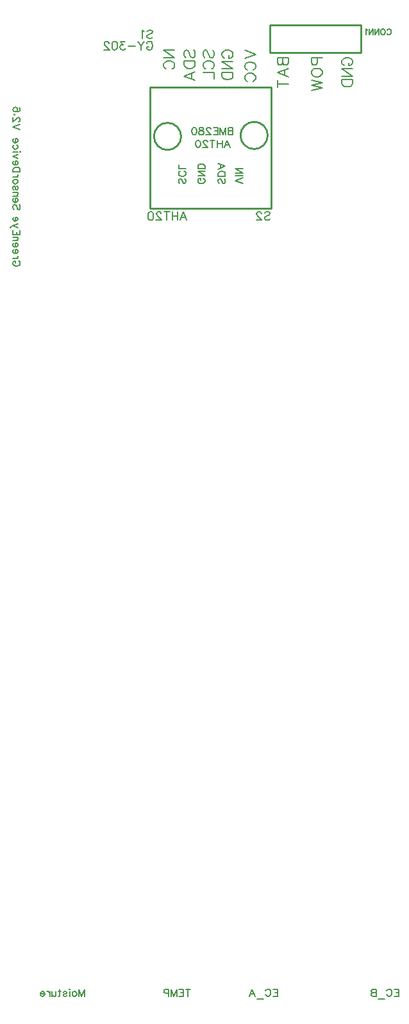
<source format=gbo>
G04 Layer: BottomSilkscreenLayer*
G04 EasyEDA v6.5.46, 2025-07-26 15:58:12*
G04 6a7e19aa2f684b7bb05dc37647730589,ba325f3f76be48ccbdad7cc867071ff5,10*
G04 Gerber Generator version 0.2*
G04 Scale: 100 percent, Rotated: No, Reflected: No *
G04 Dimensions in millimeters *
G04 leading zeros omitted , absolute positions ,4 integer and 5 decimal *
%FSLAX45Y45*%
%MOMM*%

%ADD10C,0.2032*%
%ADD11C,0.1524*%
%ADD12C,0.2540*%

%LPD*%
D10*
X178180Y-3131812D02*
G01*
X187271Y-3136356D01*
X196362Y-3145447D01*
X200908Y-3154540D01*
X200908Y-3172721D01*
X196362Y-3181812D01*
X187271Y-3190902D01*
X178180Y-3195446D01*
X164546Y-3199993D01*
X141818Y-3199993D01*
X128181Y-3195446D01*
X119090Y-3190902D01*
X109999Y-3181812D01*
X105453Y-3172721D01*
X105453Y-3154540D01*
X109999Y-3145447D01*
X119090Y-3136356D01*
X128181Y-3131812D01*
X141818Y-3131812D01*
X141818Y-3154540D02*
G01*
X141818Y-3131812D01*
X169090Y-3101812D02*
G01*
X105453Y-3101812D01*
X141818Y-3101812D02*
G01*
X155453Y-3097265D01*
X164546Y-3088175D01*
X169090Y-3079084D01*
X169090Y-3065447D01*
X141818Y-3035447D02*
G01*
X141818Y-2980903D01*
X150909Y-2980903D01*
X159999Y-2985447D01*
X164546Y-2989994D01*
X169090Y-2999084D01*
X169090Y-3012721D01*
X164546Y-3021812D01*
X155453Y-3030903D01*
X141818Y-3035447D01*
X132727Y-3035447D01*
X119090Y-3030903D01*
X109999Y-3021812D01*
X105453Y-3012721D01*
X105453Y-2999084D01*
X109999Y-2989994D01*
X119090Y-2980903D01*
X141818Y-2950903D02*
G01*
X141818Y-2896356D01*
X150909Y-2896356D01*
X159999Y-2900903D01*
X164546Y-2905447D01*
X169090Y-2914540D01*
X169090Y-2928175D01*
X164546Y-2937266D01*
X155453Y-2946356D01*
X141818Y-2950903D01*
X132727Y-2950903D01*
X119090Y-2946356D01*
X109999Y-2937266D01*
X105453Y-2928175D01*
X105453Y-2914540D01*
X109999Y-2905447D01*
X119090Y-2896356D01*
X169090Y-2866356D02*
G01*
X105453Y-2866356D01*
X150909Y-2866356D02*
G01*
X164546Y-2852722D01*
X169090Y-2843631D01*
X169090Y-2829994D01*
X164546Y-2820903D01*
X150909Y-2816357D01*
X105453Y-2816357D01*
X200908Y-2786357D02*
G01*
X105453Y-2786357D01*
X200908Y-2786357D02*
G01*
X200908Y-2727266D01*
X155453Y-2786357D02*
G01*
X155453Y-2749994D01*
X105453Y-2786357D02*
G01*
X105453Y-2727266D01*
X169090Y-2692722D02*
G01*
X105453Y-2665448D01*
X169090Y-2638176D02*
G01*
X105453Y-2665448D01*
X87271Y-2674541D01*
X78181Y-2683631D01*
X73637Y-2692722D01*
X73637Y-2697266D01*
X141818Y-2608176D02*
G01*
X141818Y-2553632D01*
X150909Y-2553632D01*
X159999Y-2558176D01*
X164546Y-2562722D01*
X169090Y-2571813D01*
X169090Y-2585448D01*
X164546Y-2594541D01*
X155453Y-2603632D01*
X141818Y-2608176D01*
X132727Y-2608176D01*
X119090Y-2603632D01*
X109999Y-2594541D01*
X105453Y-2585448D01*
X105453Y-2571813D01*
X109999Y-2562722D01*
X119090Y-2553632D01*
X187271Y-2389995D02*
G01*
X196362Y-2399085D01*
X200908Y-2412723D01*
X200908Y-2430904D01*
X196362Y-2444541D01*
X187271Y-2453632D01*
X178180Y-2453632D01*
X169090Y-2449085D01*
X164546Y-2444541D01*
X159999Y-2435448D01*
X150909Y-2408176D01*
X146362Y-2399085D01*
X141818Y-2394541D01*
X132727Y-2389995D01*
X119090Y-2389995D01*
X109999Y-2399085D01*
X105453Y-2412723D01*
X105453Y-2430904D01*
X109999Y-2444541D01*
X119090Y-2453632D01*
X141818Y-2359995D02*
G01*
X141818Y-2305448D01*
X150909Y-2305448D01*
X159999Y-2309995D01*
X164546Y-2314541D01*
X169090Y-2323632D01*
X169090Y-2337267D01*
X164546Y-2346358D01*
X155453Y-2355448D01*
X141818Y-2359995D01*
X132727Y-2359995D01*
X119090Y-2355448D01*
X109999Y-2346358D01*
X105453Y-2337267D01*
X105453Y-2323632D01*
X109999Y-2314541D01*
X119090Y-2305448D01*
X169090Y-2275448D02*
G01*
X105453Y-2275448D01*
X150909Y-2275448D02*
G01*
X164546Y-2261814D01*
X169090Y-2252723D01*
X169090Y-2239086D01*
X164546Y-2229995D01*
X150909Y-2225448D01*
X105453Y-2225448D01*
X155453Y-2145449D02*
G01*
X164546Y-2149995D01*
X169090Y-2163632D01*
X169090Y-2177267D01*
X164546Y-2190904D01*
X155453Y-2195448D01*
X146362Y-2190904D01*
X141818Y-2181814D01*
X137271Y-2159086D01*
X132727Y-2149995D01*
X123637Y-2145449D01*
X119090Y-2145449D01*
X109999Y-2149995D01*
X105453Y-2163632D01*
X105453Y-2177267D01*
X109999Y-2190904D01*
X119090Y-2195448D01*
X169090Y-2092723D02*
G01*
X164546Y-2101814D01*
X155453Y-2110905D01*
X141818Y-2115449D01*
X132727Y-2115449D01*
X119090Y-2110905D01*
X109999Y-2101814D01*
X105453Y-2092723D01*
X105453Y-2079086D01*
X109999Y-2069995D01*
X119090Y-2060905D01*
X132727Y-2056358D01*
X141818Y-2056358D01*
X155453Y-2060905D01*
X164546Y-2069995D01*
X169090Y-2079086D01*
X169090Y-2092723D01*
X169090Y-2026358D02*
G01*
X105453Y-2026358D01*
X141818Y-2026358D02*
G01*
X155453Y-2021814D01*
X164546Y-2012723D01*
X169090Y-2003633D01*
X169090Y-1989996D01*
X200908Y-1959996D02*
G01*
X105453Y-1959996D01*
X200908Y-1959996D02*
G01*
X200908Y-1928177D01*
X196362Y-1914542D01*
X187271Y-1905449D01*
X178180Y-1900905D01*
X164546Y-1896358D01*
X141818Y-1896358D01*
X128181Y-1900905D01*
X119090Y-1905449D01*
X109999Y-1914542D01*
X105453Y-1928177D01*
X105453Y-1959996D01*
X141818Y-1866358D02*
G01*
X141818Y-1811815D01*
X150909Y-1811815D01*
X159999Y-1816359D01*
X164546Y-1820905D01*
X169090Y-1829996D01*
X169090Y-1843633D01*
X164546Y-1852724D01*
X155453Y-1861814D01*
X141818Y-1866358D01*
X132727Y-1866358D01*
X119090Y-1861814D01*
X109999Y-1852724D01*
X105453Y-1843633D01*
X105453Y-1829996D01*
X109999Y-1820905D01*
X119090Y-1811815D01*
X169090Y-1781815D02*
G01*
X105453Y-1754543D01*
X169090Y-1727268D02*
G01*
X105453Y-1754543D01*
X200908Y-1697268D02*
G01*
X196362Y-1692724D01*
X200908Y-1688177D01*
X205452Y-1692724D01*
X200908Y-1697268D01*
X169090Y-1692724D02*
G01*
X105453Y-1692724D01*
X155453Y-1603634D02*
G01*
X164546Y-1612724D01*
X169090Y-1621815D01*
X169090Y-1635450D01*
X164546Y-1644543D01*
X155453Y-1653633D01*
X141818Y-1658178D01*
X132727Y-1658178D01*
X119090Y-1653633D01*
X109999Y-1644543D01*
X105453Y-1635450D01*
X105453Y-1621815D01*
X109999Y-1612724D01*
X119090Y-1603634D01*
X141818Y-1573634D02*
G01*
X141818Y-1519087D01*
X150909Y-1519087D01*
X159999Y-1523634D01*
X164546Y-1528178D01*
X169090Y-1537268D01*
X169090Y-1550906D01*
X164546Y-1559996D01*
X155453Y-1569087D01*
X141818Y-1573634D01*
X132727Y-1573634D01*
X119090Y-1569087D01*
X109999Y-1559996D01*
X105453Y-1550906D01*
X105453Y-1537268D01*
X109999Y-1528178D01*
X119090Y-1519087D01*
X200908Y-1399997D02*
G01*
X105453Y-1363634D01*
X200908Y-1327269D02*
G01*
X105453Y-1363634D01*
X178180Y-1292725D02*
G01*
X182727Y-1292725D01*
X191818Y-1288178D01*
X196362Y-1283634D01*
X200908Y-1274544D01*
X200908Y-1256360D01*
X196362Y-1247269D01*
X191818Y-1242725D01*
X182727Y-1238178D01*
X173636Y-1238178D01*
X164546Y-1242725D01*
X150909Y-1251816D01*
X105453Y-1297269D01*
X105453Y-1233634D01*
X128181Y-1199088D02*
G01*
X123637Y-1203634D01*
X119090Y-1199088D01*
X123637Y-1194544D01*
X128181Y-1199088D01*
X187271Y-1109997D02*
G01*
X196362Y-1114544D01*
X200908Y-1128179D01*
X200908Y-1137269D01*
X196362Y-1150907D01*
X182727Y-1159997D01*
X159999Y-1164544D01*
X137271Y-1164544D01*
X119090Y-1159997D01*
X109999Y-1150907D01*
X105453Y-1137269D01*
X105453Y-1132725D01*
X109999Y-1119088D01*
X119090Y-1109997D01*
X132727Y-1105451D01*
X137271Y-1105451D01*
X150909Y-1109997D01*
X159999Y-1119088D01*
X164546Y-1132725D01*
X164546Y-1137269D01*
X159999Y-1150907D01*
X150909Y-1159997D01*
X137271Y-1164544D01*
X3598532Y-449948D02*
G01*
X3741788Y-449948D01*
X3598532Y-449948D02*
G01*
X3598532Y-511416D01*
X3605390Y-531736D01*
X3612248Y-538594D01*
X3625964Y-545452D01*
X3639426Y-545452D01*
X3653142Y-538594D01*
X3660000Y-531736D01*
X3666858Y-511416D01*
X3666858Y-449948D02*
G01*
X3666858Y-511416D01*
X3673716Y-531736D01*
X3680320Y-538594D01*
X3694036Y-545452D01*
X3714610Y-545452D01*
X3728072Y-538594D01*
X3734930Y-531736D01*
X3741788Y-511416D01*
X3741788Y-449948D01*
X3598532Y-645020D02*
G01*
X3741788Y-590410D01*
X3598532Y-645020D02*
G01*
X3741788Y-699630D01*
X3694036Y-610984D02*
G01*
X3694036Y-679056D01*
X3598532Y-792340D02*
G01*
X3741788Y-792340D01*
X3598532Y-744588D02*
G01*
X3598532Y-840092D01*
X4048709Y-449897D02*
G01*
X4191711Y-449897D01*
X4048709Y-449897D02*
G01*
X4048709Y-511365D01*
X4055567Y-531939D01*
X4062171Y-538543D01*
X4075887Y-545401D01*
X4096461Y-545401D01*
X4109923Y-538543D01*
X4116781Y-531939D01*
X4123639Y-511365D01*
X4123639Y-449897D01*
X4048709Y-631253D02*
G01*
X4055567Y-617791D01*
X4069029Y-604075D01*
X4082745Y-597217D01*
X4103065Y-590359D01*
X4137355Y-590359D01*
X4157675Y-597217D01*
X4171391Y-604075D01*
X4185107Y-617791D01*
X4191711Y-631253D01*
X4191711Y-658685D01*
X4185107Y-672147D01*
X4171391Y-685863D01*
X4157675Y-692721D01*
X4137355Y-699579D01*
X4103065Y-699579D01*
X4082745Y-692721D01*
X4069029Y-685863D01*
X4055567Y-672147D01*
X4048709Y-658685D01*
X4048709Y-631253D01*
X4048709Y-744537D02*
G01*
X4191711Y-778573D01*
X4048709Y-812609D02*
G01*
X4191711Y-778573D01*
X4048709Y-812609D02*
G01*
X4191711Y-846899D01*
X4048709Y-880935D02*
G01*
X4191711Y-846899D01*
X4482591Y-552310D02*
G01*
X4469129Y-545452D01*
X4455413Y-531736D01*
X4448556Y-518274D01*
X4448556Y-490842D01*
X4455413Y-477380D01*
X4469129Y-463664D01*
X4482591Y-456806D01*
X4503165Y-449948D01*
X4537202Y-449948D01*
X4557775Y-456806D01*
X4571238Y-463664D01*
X4584954Y-477380D01*
X4591811Y-490842D01*
X4591811Y-518274D01*
X4584954Y-531736D01*
X4571238Y-545452D01*
X4557775Y-552310D01*
X4537202Y-552310D01*
X4537202Y-518274D02*
G01*
X4537202Y-552310D01*
X4448556Y-597268D02*
G01*
X4591811Y-597268D01*
X4448556Y-597268D02*
G01*
X4591811Y-692772D01*
X4448556Y-692772D02*
G01*
X4591811Y-692772D01*
X4448556Y-737730D02*
G01*
X4591811Y-737730D01*
X4448556Y-737730D02*
G01*
X4448556Y-785482D01*
X4455413Y-805802D01*
X4469129Y-819518D01*
X4482591Y-826376D01*
X4503165Y-833234D01*
X4537202Y-833234D01*
X4557775Y-826376D01*
X4571238Y-819518D01*
X4584954Y-805802D01*
X4591811Y-785482D01*
X4591811Y-737730D01*
D11*
X1877364Y-100177D02*
G01*
X1887778Y-89763D01*
X1903272Y-84683D01*
X1924100Y-84683D01*
X1939594Y-89763D01*
X1950008Y-100177D01*
X1950008Y-110591D01*
X1944928Y-121005D01*
X1939594Y-126339D01*
X1929180Y-131419D01*
X1897938Y-141833D01*
X1887778Y-146913D01*
X1882444Y-152247D01*
X1877364Y-162661D01*
X1877364Y-178155D01*
X1887778Y-188569D01*
X1903272Y-193649D01*
X1924100Y-193649D01*
X1939594Y-188569D01*
X1950008Y-178155D01*
X1843074Y-105511D02*
G01*
X1832660Y-100177D01*
X1816912Y-84683D01*
X1816912Y-193649D01*
X1872030Y-260591D02*
G01*
X1877364Y-250177D01*
X1887778Y-239763D01*
X1897938Y-234683D01*
X1918766Y-234683D01*
X1929180Y-239763D01*
X1939594Y-250177D01*
X1944928Y-260591D01*
X1950008Y-276339D01*
X1950008Y-302247D01*
X1944928Y-317741D01*
X1939594Y-328155D01*
X1929180Y-338569D01*
X1918766Y-343649D01*
X1897938Y-343649D01*
X1887778Y-338569D01*
X1877364Y-328155D01*
X1872030Y-317741D01*
X1872030Y-302247D01*
X1897938Y-302247D02*
G01*
X1872030Y-302247D01*
X1837740Y-234683D02*
G01*
X1796338Y-286499D01*
X1796338Y-343649D01*
X1754682Y-234683D02*
G01*
X1796338Y-286499D01*
X1720392Y-296913D02*
G01*
X1626920Y-296913D01*
X1582216Y-234683D02*
G01*
X1525066Y-234683D01*
X1556308Y-276339D01*
X1540560Y-276339D01*
X1530146Y-281419D01*
X1525066Y-286499D01*
X1519732Y-302247D01*
X1519732Y-312661D01*
X1525066Y-328155D01*
X1535480Y-338569D01*
X1550974Y-343649D01*
X1566468Y-343649D01*
X1582216Y-338569D01*
X1587296Y-333489D01*
X1592630Y-323075D01*
X1454454Y-234683D02*
G01*
X1469948Y-239763D01*
X1480362Y-255511D01*
X1485442Y-281419D01*
X1485442Y-296913D01*
X1480362Y-323075D01*
X1469948Y-338569D01*
X1454454Y-343649D01*
X1444040Y-343649D01*
X1428292Y-338569D01*
X1417878Y-323075D01*
X1412798Y-296913D01*
X1412798Y-281419D01*
X1417878Y-255511D01*
X1428292Y-239763D01*
X1444040Y-234683D01*
X1454454Y-234683D01*
X1373428Y-260591D02*
G01*
X1373428Y-255511D01*
X1368094Y-245097D01*
X1363014Y-239763D01*
X1352600Y-234683D01*
X1331772Y-234683D01*
X1321358Y-239763D01*
X1316278Y-245097D01*
X1310944Y-255511D01*
X1310944Y-265925D01*
X1316278Y-276339D01*
X1326438Y-291833D01*
X1378508Y-343649D01*
X1305864Y-343649D01*
D10*
X1050008Y-12749034D02*
G01*
X1050008Y-12844538D01*
X1050008Y-12749034D02*
G01*
X1013686Y-12844538D01*
X977364Y-12749034D02*
G01*
X1013686Y-12844538D01*
X977364Y-12749034D02*
G01*
X977364Y-12844538D01*
X924532Y-12780784D02*
G01*
X933676Y-12785356D01*
X942820Y-12794500D01*
X947392Y-12808216D01*
X947392Y-12817360D01*
X942820Y-12830822D01*
X933676Y-12839966D01*
X924532Y-12844538D01*
X910816Y-12844538D01*
X901926Y-12839966D01*
X892782Y-12830822D01*
X888210Y-12817360D01*
X888210Y-12808216D01*
X892782Y-12794500D01*
X901926Y-12785356D01*
X910816Y-12780784D01*
X924532Y-12780784D01*
X858238Y-12749034D02*
G01*
X853666Y-12753606D01*
X849094Y-12749034D01*
X853666Y-12744462D01*
X858238Y-12749034D01*
X853666Y-12780784D02*
G01*
X853666Y-12844538D01*
X769084Y-12794500D02*
G01*
X773656Y-12785356D01*
X787372Y-12780784D01*
X800834Y-12780784D01*
X814550Y-12785356D01*
X819122Y-12794500D01*
X814550Y-12803644D01*
X805406Y-12808216D01*
X782800Y-12812788D01*
X773656Y-12817360D01*
X769084Y-12826250D01*
X769084Y-12830822D01*
X773656Y-12839966D01*
X787372Y-12844538D01*
X800834Y-12844538D01*
X814550Y-12839966D01*
X819122Y-12830822D01*
X725396Y-12749034D02*
G01*
X725396Y-12826250D01*
X720824Y-12839966D01*
X711934Y-12844538D01*
X702790Y-12844538D01*
X739112Y-12780784D02*
G01*
X707362Y-12780784D01*
X672818Y-12780784D02*
G01*
X672818Y-12826250D01*
X668246Y-12839966D01*
X659102Y-12844538D01*
X645386Y-12844538D01*
X636242Y-12839966D01*
X622780Y-12826250D01*
X622780Y-12780784D02*
G01*
X622780Y-12844538D01*
X592808Y-12780784D02*
G01*
X592808Y-12844538D01*
X592808Y-12808216D02*
G01*
X588236Y-12794500D01*
X579092Y-12785356D01*
X569948Y-12780784D01*
X556486Y-12780784D01*
X526260Y-12808216D02*
G01*
X471904Y-12808216D01*
X471904Y-12799072D01*
X476476Y-12789928D01*
X480794Y-12785356D01*
X489938Y-12780784D01*
X503654Y-12780784D01*
X512798Y-12785356D01*
X521942Y-12794500D01*
X526260Y-12808216D01*
X526260Y-12817360D01*
X521942Y-12830822D01*
X512798Y-12839966D01*
X503654Y-12844538D01*
X489938Y-12844538D01*
X480794Y-12839966D01*
X471904Y-12830822D01*
X5199989Y-12749187D02*
G01*
X5199989Y-12844437D01*
X5199989Y-12749187D02*
G01*
X5140807Y-12749187D01*
X5199989Y-12794399D02*
G01*
X5163667Y-12794399D01*
X5199989Y-12844437D02*
G01*
X5140807Y-12844437D01*
X5042763Y-12771793D02*
G01*
X5047335Y-12762649D01*
X5056479Y-12753505D01*
X5065369Y-12749187D01*
X5083657Y-12749187D01*
X5092801Y-12753505D01*
X5101691Y-12762649D01*
X5106263Y-12771793D01*
X5110835Y-12785509D01*
X5110835Y-12808115D01*
X5106263Y-12821831D01*
X5101691Y-12830975D01*
X5092801Y-12839865D01*
X5083657Y-12844437D01*
X5065369Y-12844437D01*
X5056479Y-12839865D01*
X5047335Y-12830975D01*
X5042763Y-12821831D01*
X5012791Y-12876441D02*
G01*
X4931003Y-12876441D01*
X4900777Y-12749187D02*
G01*
X4900777Y-12844437D01*
X4900777Y-12749187D02*
G01*
X4859883Y-12749187D01*
X4846421Y-12753505D01*
X4841849Y-12758077D01*
X4837277Y-12767221D01*
X4837277Y-12776365D01*
X4841849Y-12785509D01*
X4846421Y-12790081D01*
X4859883Y-12794399D01*
X4900777Y-12794399D02*
G01*
X4859883Y-12794399D01*
X4846421Y-12798971D01*
X4841849Y-12803543D01*
X4837277Y-12812687D01*
X4837277Y-12826403D01*
X4841849Y-12835547D01*
X4846421Y-12839865D01*
X4859883Y-12844437D01*
X4900777Y-12844437D01*
X3600018Y-12749060D02*
G01*
X3600018Y-12844564D01*
X3600018Y-12749060D02*
G01*
X3540836Y-12749060D01*
X3600018Y-12794526D02*
G01*
X3563696Y-12794526D01*
X3600018Y-12844564D02*
G01*
X3540836Y-12844564D01*
X3442792Y-12771666D02*
G01*
X3447364Y-12762776D01*
X3456254Y-12753632D01*
X3465398Y-12749060D01*
X3483686Y-12749060D01*
X3492830Y-12753632D01*
X3501720Y-12762776D01*
X3506292Y-12771666D01*
X3510864Y-12785382D01*
X3510864Y-12808242D01*
X3506292Y-12821704D01*
X3501720Y-12830848D01*
X3492830Y-12839992D01*
X3483686Y-12844564D01*
X3465398Y-12844564D01*
X3456254Y-12839992D01*
X3447364Y-12830848D01*
X3442792Y-12821704D01*
X3412820Y-12876314D02*
G01*
X3330778Y-12876314D01*
X3264484Y-12749060D02*
G01*
X3300806Y-12844564D01*
X3264484Y-12749060D02*
G01*
X3228162Y-12844564D01*
X3287344Y-12812814D02*
G01*
X3241878Y-12812814D01*
X2418245Y-12749085D02*
G01*
X2418245Y-12844589D01*
X2449995Y-12749085D02*
G01*
X2386241Y-12749085D01*
X2356269Y-12749085D02*
G01*
X2356269Y-12844589D01*
X2356269Y-12749085D02*
G01*
X2297341Y-12749085D01*
X2356269Y-12794551D02*
G01*
X2319947Y-12794551D01*
X2356269Y-12844589D02*
G01*
X2297341Y-12844589D01*
X2267369Y-12749085D02*
G01*
X2267369Y-12844589D01*
X2267369Y-12749085D02*
G01*
X2230793Y-12844589D01*
X2194471Y-12749085D02*
G01*
X2230793Y-12844589D01*
X2194471Y-12749085D02*
G01*
X2194471Y-12844589D01*
X2164499Y-12749085D02*
G01*
X2164499Y-12844589D01*
X2164499Y-12749085D02*
G01*
X2123605Y-12749085D01*
X2109889Y-12753657D01*
X2105571Y-12758229D01*
X2100999Y-12767373D01*
X2100999Y-12780835D01*
X2105571Y-12789979D01*
X2109889Y-12794551D01*
X2123605Y-12799123D01*
X2164499Y-12799123D01*
X2096211Y-349999D02*
G01*
X2241682Y-349999D01*
X2096211Y-349999D02*
G01*
X2241682Y-446981D01*
X2096211Y-446981D02*
G01*
X2241682Y-446981D01*
X2130846Y-596610D02*
G01*
X2116990Y-589683D01*
X2103137Y-575828D01*
X2096211Y-561975D01*
X2096211Y-534263D01*
X2103137Y-520410D01*
X2116990Y-506554D01*
X2130846Y-499628D01*
X2151628Y-492701D01*
X2186264Y-492701D01*
X2207046Y-499628D01*
X2220899Y-506554D01*
X2234755Y-520410D01*
X2241682Y-534263D01*
X2241682Y-561975D01*
X2234755Y-575828D01*
X2220899Y-589683D01*
X2207046Y-596610D01*
X2387765Y-447027D02*
G01*
X2373795Y-433057D01*
X2366937Y-412229D01*
X2366937Y-384543D01*
X2373795Y-363969D01*
X2387765Y-349999D01*
X2401481Y-349999D01*
X2415451Y-356857D01*
X2422309Y-363969D01*
X2429167Y-377685D01*
X2443137Y-419341D01*
X2449995Y-433057D01*
X2456853Y-440169D01*
X2470823Y-447027D01*
X2491651Y-447027D01*
X2505367Y-433057D01*
X2512225Y-412229D01*
X2512225Y-384543D01*
X2505367Y-363969D01*
X2491651Y-349999D01*
X2366937Y-492747D02*
G01*
X2512225Y-492747D01*
X2366937Y-492747D02*
G01*
X2366937Y-541261D01*
X2373795Y-562089D01*
X2387765Y-575805D01*
X2401481Y-582663D01*
X2422309Y-589775D01*
X2456853Y-589775D01*
X2477681Y-582663D01*
X2491651Y-575805D01*
X2505367Y-562089D01*
X2512225Y-541261D01*
X2512225Y-492747D01*
X2366937Y-690867D02*
G01*
X2512225Y-635495D01*
X2366937Y-690867D02*
G01*
X2512225Y-746239D01*
X2463965Y-656069D02*
G01*
X2463965Y-725411D01*
X2637764Y-447027D02*
G01*
X2623794Y-433057D01*
X2616936Y-412229D01*
X2616936Y-384543D01*
X2623794Y-363969D01*
X2637764Y-349999D01*
X2651480Y-349999D01*
X2665450Y-356857D01*
X2672308Y-363969D01*
X2679166Y-377685D01*
X2693136Y-419341D01*
X2699994Y-433057D01*
X2706852Y-440169D01*
X2720822Y-447027D01*
X2741650Y-447027D01*
X2755366Y-433057D01*
X2762224Y-412229D01*
X2762224Y-384543D01*
X2755366Y-363969D01*
X2741650Y-349999D01*
X2651480Y-596633D02*
G01*
X2637764Y-589775D01*
X2623794Y-575805D01*
X2616936Y-562089D01*
X2616936Y-534149D01*
X2623794Y-520433D01*
X2637764Y-506463D01*
X2651480Y-499605D01*
X2672308Y-492747D01*
X2706852Y-492747D01*
X2727680Y-499605D01*
X2741650Y-506463D01*
X2755366Y-520433D01*
X2762224Y-534149D01*
X2762224Y-562089D01*
X2755366Y-575805D01*
X2741650Y-589775D01*
X2727680Y-596633D01*
X2616936Y-642353D02*
G01*
X2762224Y-642353D01*
X2762224Y-642353D02*
G01*
X2762224Y-725411D01*
X2901480Y-453885D02*
G01*
X2887764Y-447027D01*
X2873794Y-433057D01*
X2866936Y-419341D01*
X2866936Y-391655D01*
X2873794Y-377685D01*
X2887764Y-363969D01*
X2901480Y-356857D01*
X2922308Y-349999D01*
X2956852Y-349999D01*
X2977680Y-356857D01*
X2991650Y-363969D01*
X3005366Y-377685D01*
X3012224Y-391655D01*
X3012224Y-419341D01*
X3005366Y-433057D01*
X2991650Y-447027D01*
X2977680Y-453885D01*
X2956852Y-453885D01*
X2956852Y-419341D02*
G01*
X2956852Y-453885D01*
X2866936Y-499605D02*
G01*
X3012224Y-499605D01*
X2866936Y-499605D02*
G01*
X3012224Y-596633D01*
X2866936Y-596633D02*
G01*
X3012224Y-596633D01*
X2866936Y-642353D02*
G01*
X3012224Y-642353D01*
X2866936Y-642353D02*
G01*
X2866936Y-690867D01*
X2873794Y-711695D01*
X2887764Y-725411D01*
X2901480Y-732269D01*
X2922308Y-739381D01*
X2956852Y-739381D01*
X2977680Y-732269D01*
X2991650Y-725411D01*
X3005366Y-711695D01*
X3012224Y-690867D01*
X3012224Y-642353D01*
X3166935Y-349999D02*
G01*
X3312223Y-405371D01*
X3166935Y-460743D02*
G01*
X3312223Y-405371D01*
X3201479Y-610349D02*
G01*
X3187763Y-603491D01*
X3173793Y-589775D01*
X3166935Y-575805D01*
X3166935Y-548119D01*
X3173793Y-534149D01*
X3187763Y-520433D01*
X3201479Y-513575D01*
X3222307Y-506463D01*
X3256851Y-506463D01*
X3277679Y-513575D01*
X3291649Y-520433D01*
X3305365Y-534149D01*
X3312223Y-548119D01*
X3312223Y-575805D01*
X3305365Y-589775D01*
X3291649Y-603491D01*
X3277679Y-610349D01*
X3201479Y-760209D02*
G01*
X3187763Y-753097D01*
X3173793Y-739381D01*
X3166935Y-725411D01*
X3166935Y-697725D01*
X3173793Y-684009D01*
X3187763Y-670039D01*
X3201479Y-663181D01*
X3222307Y-656069D01*
X3256851Y-656069D01*
X3277679Y-663181D01*
X3291649Y-670039D01*
X3305365Y-684009D01*
X3312223Y-697725D01*
X3312223Y-725411D01*
X3305365Y-739381D01*
X3291649Y-753097D01*
X3277679Y-760209D01*
D11*
X2358339Y-2484678D02*
G01*
X2399995Y-2593644D01*
X2358339Y-2484678D02*
G01*
X2316937Y-2593644D01*
X2384501Y-2557322D02*
G01*
X2332431Y-2557322D01*
X2282647Y-2484678D02*
G01*
X2282647Y-2593644D01*
X2209749Y-2484678D02*
G01*
X2209749Y-2593644D01*
X2282647Y-2536494D02*
G01*
X2209749Y-2536494D01*
X2139137Y-2484678D02*
G01*
X2139137Y-2593644D01*
X2175459Y-2484678D02*
G01*
X2102815Y-2484678D01*
X2063445Y-2510586D02*
G01*
X2063445Y-2505506D01*
X2058111Y-2495092D01*
X2053031Y-2489758D01*
X2042617Y-2484678D01*
X2021789Y-2484678D01*
X2011375Y-2489758D01*
X2006295Y-2495092D01*
X2000961Y-2505506D01*
X2000961Y-2515920D01*
X2006295Y-2526334D01*
X2016455Y-2541828D01*
X2068525Y-2593644D01*
X1995881Y-2593644D01*
X1930349Y-2484678D02*
G01*
X1945843Y-2489758D01*
X1956257Y-2505506D01*
X1961591Y-2531414D01*
X1961591Y-2546908D01*
X1956257Y-2573070D01*
X1945843Y-2588564D01*
X1930349Y-2593644D01*
X1919935Y-2593644D01*
X1904441Y-2588564D01*
X1894027Y-2573070D01*
X1888693Y-2546908D01*
X1888693Y-2531414D01*
X1894027Y-2505506D01*
X1904441Y-2489758D01*
X1919935Y-2484678D01*
X1930349Y-2484678D01*
X3427349Y-2500172D02*
G01*
X3437763Y-2489758D01*
X3453256Y-2484678D01*
X3474084Y-2484678D01*
X3489579Y-2489758D01*
X3499993Y-2500172D01*
X3499993Y-2510586D01*
X3494913Y-2521000D01*
X3489579Y-2526334D01*
X3479165Y-2531414D01*
X3447922Y-2541828D01*
X3437763Y-2546908D01*
X3432429Y-2552242D01*
X3427349Y-2562656D01*
X3427349Y-2578150D01*
X3437763Y-2588564D01*
X3453256Y-2593644D01*
X3474084Y-2593644D01*
X3489579Y-2588564D01*
X3499993Y-2578150D01*
X3387725Y-2510586D02*
G01*
X3387725Y-2505506D01*
X3382645Y-2495092D01*
X3377311Y-2489758D01*
X3366897Y-2484678D01*
X3346322Y-2484678D01*
X3335909Y-2489758D01*
X3330575Y-2495092D01*
X3325495Y-2505506D01*
X3325495Y-2515920D01*
X3330575Y-2526334D01*
X3340988Y-2541828D01*
X3393059Y-2593644D01*
X3320161Y-2593644D01*
D10*
X3142665Y-2110295D02*
G01*
X3045637Y-2073465D01*
X3142665Y-2036381D02*
G01*
X3045637Y-2073465D01*
X3142665Y-2005901D02*
G01*
X3045637Y-2005901D01*
X3142665Y-1975421D02*
G01*
X3045637Y-1975421D01*
X3142665Y-1975421D02*
G01*
X3045637Y-1910905D01*
X3142665Y-1910905D02*
G01*
X3045637Y-1910905D01*
X2896539Y-2045525D02*
G01*
X2905683Y-2054923D01*
X2910509Y-2068639D01*
X2910509Y-2087181D01*
X2905683Y-2101151D01*
X2896539Y-2110295D01*
X2887395Y-2110295D01*
X2877997Y-2105723D01*
X2873425Y-2101151D01*
X2868853Y-2091753D01*
X2859709Y-2064067D01*
X2854883Y-2054923D01*
X2850311Y-2050351D01*
X2841167Y-2045525D01*
X2827197Y-2045525D01*
X2818053Y-2054923D01*
X2813481Y-2068639D01*
X2813481Y-2087181D01*
X2818053Y-2101151D01*
X2827197Y-2110295D01*
X2910509Y-2015045D02*
G01*
X2813481Y-2015045D01*
X2910509Y-2015045D02*
G01*
X2910509Y-1982787D01*
X2905683Y-1969071D01*
X2896539Y-1959673D01*
X2887395Y-1955101D01*
X2873425Y-1950529D01*
X2850311Y-1950529D01*
X2836595Y-1955101D01*
X2827197Y-1959673D01*
X2818053Y-1969071D01*
X2813481Y-1982787D01*
X2813481Y-2015045D01*
X2910509Y-1882965D02*
G01*
X2813481Y-1920049D01*
X2910509Y-1882965D02*
G01*
X2813481Y-1846135D01*
X2845739Y-1906079D02*
G01*
X2845739Y-1860105D01*
X2620695Y-2040953D02*
G01*
X2629839Y-2045525D01*
X2638983Y-2054923D01*
X2643809Y-2064067D01*
X2643809Y-2082609D01*
X2638983Y-2091753D01*
X2629839Y-2101151D01*
X2620695Y-2105723D01*
X2606725Y-2110295D01*
X2583611Y-2110295D01*
X2569895Y-2105723D01*
X2560497Y-2101151D01*
X2551353Y-2091753D01*
X2546781Y-2082609D01*
X2546781Y-2064067D01*
X2551353Y-2054923D01*
X2560497Y-2045525D01*
X2569895Y-2040953D01*
X2583611Y-2040953D01*
X2583611Y-2064067D02*
G01*
X2583611Y-2040953D01*
X2643809Y-2010473D02*
G01*
X2546781Y-2010473D01*
X2643809Y-2010473D02*
G01*
X2546781Y-1945957D01*
X2643809Y-1945957D02*
G01*
X2546781Y-1945957D01*
X2643809Y-1915477D02*
G01*
X2546781Y-1915477D01*
X2643809Y-1915477D02*
G01*
X2643809Y-1882965D01*
X2638983Y-1869249D01*
X2629839Y-1860105D01*
X2620695Y-1855279D01*
X2606725Y-1850707D01*
X2583611Y-1850707D01*
X2569895Y-1855279D01*
X2560497Y-1860105D01*
X2551353Y-1869249D01*
X2546781Y-1882965D01*
X2546781Y-1915477D01*
X2375839Y-2045525D02*
G01*
X2384983Y-2054923D01*
X2389809Y-2068639D01*
X2389809Y-2087181D01*
X2384983Y-2101151D01*
X2375839Y-2110295D01*
X2366695Y-2110295D01*
X2357297Y-2105723D01*
X2352725Y-2101151D01*
X2348153Y-2091753D01*
X2339009Y-2064067D01*
X2334183Y-2054923D01*
X2329611Y-2050351D01*
X2320467Y-2045525D01*
X2306497Y-2045525D01*
X2297353Y-2054923D01*
X2292781Y-2068639D01*
X2292781Y-2087181D01*
X2297353Y-2101151D01*
X2306497Y-2110295D01*
X2366695Y-1945957D02*
G01*
X2375839Y-1950529D01*
X2384983Y-1959673D01*
X2389809Y-1969071D01*
X2389809Y-1987359D01*
X2384983Y-1996757D01*
X2375839Y-2005901D01*
X2366695Y-2010473D01*
X2352725Y-2015045D01*
X2329611Y-2015045D01*
X2315895Y-2010473D01*
X2306497Y-2005901D01*
X2297353Y-1996757D01*
X2292781Y-1987359D01*
X2292781Y-1969071D01*
X2297353Y-1959673D01*
X2306497Y-1950529D01*
X2315895Y-1945957D01*
X2389809Y-1915477D02*
G01*
X2292781Y-1915477D01*
X2292781Y-1915477D02*
G01*
X2292781Y-1860105D01*
X3011096Y-1369126D02*
G01*
X3011096Y-1466154D01*
X3011096Y-1369126D02*
G01*
X2969440Y-1369126D01*
X2955724Y-1373698D01*
X2951152Y-1378270D01*
X2946326Y-1387668D01*
X2946326Y-1396812D01*
X2951152Y-1405956D01*
X2955724Y-1410528D01*
X2969440Y-1415354D01*
X3011096Y-1415354D02*
G01*
X2969440Y-1415354D01*
X2955724Y-1419926D01*
X2951152Y-1424498D01*
X2946326Y-1433642D01*
X2946326Y-1447612D01*
X2951152Y-1456756D01*
X2955724Y-1461328D01*
X2969440Y-1466154D01*
X3011096Y-1466154D01*
X2915846Y-1369126D02*
G01*
X2915846Y-1466154D01*
X2915846Y-1369126D02*
G01*
X2879016Y-1466154D01*
X2842186Y-1369126D02*
G01*
X2879016Y-1466154D01*
X2842186Y-1369126D02*
G01*
X2842186Y-1466154D01*
X2811706Y-1369126D02*
G01*
X2811706Y-1466154D01*
X2811706Y-1369126D02*
G01*
X2751508Y-1369126D01*
X2811706Y-1415354D02*
G01*
X2774622Y-1415354D01*
X2811706Y-1466154D02*
G01*
X2751508Y-1466154D01*
X2716456Y-1392240D02*
G01*
X2716456Y-1387668D01*
X2711884Y-1378270D01*
X2707312Y-1373698D01*
X2697914Y-1369126D01*
X2679626Y-1369126D01*
X2670228Y-1373698D01*
X2665656Y-1378270D01*
X2661084Y-1387668D01*
X2661084Y-1396812D01*
X2665656Y-1405956D01*
X2674800Y-1419926D01*
X2721028Y-1466154D01*
X2656512Y-1466154D01*
X2602918Y-1369126D02*
G01*
X2616634Y-1373698D01*
X2621206Y-1382842D01*
X2621206Y-1392240D01*
X2616634Y-1401384D01*
X2607490Y-1405956D01*
X2588948Y-1410528D01*
X2575232Y-1415354D01*
X2565834Y-1424498D01*
X2561262Y-1433642D01*
X2561262Y-1447612D01*
X2565834Y-1456756D01*
X2570406Y-1461328D01*
X2584376Y-1466154D01*
X2602918Y-1466154D01*
X2616634Y-1461328D01*
X2621206Y-1456756D01*
X2626032Y-1447612D01*
X2626032Y-1433642D01*
X2621206Y-1424498D01*
X2612062Y-1415354D01*
X2598346Y-1410528D01*
X2579804Y-1405956D01*
X2570406Y-1401384D01*
X2565834Y-1392240D01*
X2565834Y-1382842D01*
X2570406Y-1373698D01*
X2584376Y-1369126D01*
X2602918Y-1369126D01*
X2503096Y-1369126D02*
G01*
X2517066Y-1373698D01*
X2526210Y-1387668D01*
X2530782Y-1410528D01*
X2530782Y-1424498D01*
X2526210Y-1447612D01*
X2517066Y-1461328D01*
X2503096Y-1466154D01*
X2493952Y-1466154D01*
X2479982Y-1461328D01*
X2470838Y-1447612D01*
X2466266Y-1424498D01*
X2466266Y-1410528D01*
X2470838Y-1387668D01*
X2479982Y-1373698D01*
X2493952Y-1369126D01*
X2503096Y-1369126D01*
X2936163Y-1537779D02*
G01*
X2972993Y-1634807D01*
X2936163Y-1537779D02*
G01*
X2899079Y-1634807D01*
X2959023Y-1602549D02*
G01*
X2913049Y-1602549D01*
X2868599Y-1537779D02*
G01*
X2868599Y-1634807D01*
X2804083Y-1537779D02*
G01*
X2804083Y-1634807D01*
X2868599Y-1584007D02*
G01*
X2804083Y-1584007D01*
X2741091Y-1537779D02*
G01*
X2741091Y-1634807D01*
X2773603Y-1537779D02*
G01*
X2708833Y-1537779D01*
X2673781Y-1560893D02*
G01*
X2673781Y-1556321D01*
X2669209Y-1547177D01*
X2664383Y-1542605D01*
X2655239Y-1537779D01*
X2636697Y-1537779D01*
X2627553Y-1542605D01*
X2622981Y-1547177D01*
X2618409Y-1556321D01*
X2618409Y-1565465D01*
X2622981Y-1574863D01*
X2632125Y-1588579D01*
X2678353Y-1634807D01*
X2613583Y-1634807D01*
X2555417Y-1537779D02*
G01*
X2569387Y-1542605D01*
X2578531Y-1556321D01*
X2583103Y-1579435D01*
X2583103Y-1593405D01*
X2578531Y-1616265D01*
X2569387Y-1630235D01*
X2555417Y-1634807D01*
X2546273Y-1634807D01*
X2532303Y-1630235D01*
X2523159Y-1616265D01*
X2518587Y-1593405D01*
X2518587Y-1579435D01*
X2523159Y-1556321D01*
X2532303Y-1542605D01*
X2546273Y-1537779D01*
X2555417Y-1537779D01*
D11*
X5045443Y-87454D02*
G01*
X5049080Y-80182D01*
X5056352Y-72908D01*
X5063627Y-69273D01*
X5078171Y-69273D01*
X5085443Y-72908D01*
X5092717Y-80182D01*
X5096352Y-87454D01*
X5099989Y-98364D01*
X5099989Y-116545D01*
X5096352Y-127454D01*
X5092717Y-134726D01*
X5085443Y-141998D01*
X5078171Y-145635D01*
X5063627Y-145635D01*
X5056352Y-141998D01*
X5049080Y-134726D01*
X5045443Y-127454D01*
X4999626Y-69273D02*
G01*
X5006898Y-72908D01*
X5014170Y-80182D01*
X5017808Y-87454D01*
X5021445Y-98364D01*
X5021445Y-116545D01*
X5017808Y-127454D01*
X5014170Y-134726D01*
X5006898Y-141998D01*
X4999626Y-145635D01*
X4985080Y-145635D01*
X4977808Y-141998D01*
X4970536Y-134726D01*
X4966898Y-127454D01*
X4963261Y-116545D01*
X4963261Y-98364D01*
X4966898Y-87454D01*
X4970536Y-80182D01*
X4977808Y-72908D01*
X4985080Y-69273D01*
X4999626Y-69273D01*
X4939263Y-69273D02*
G01*
X4939263Y-145635D01*
X4939263Y-69273D02*
G01*
X4888354Y-145635D01*
X4888354Y-69273D02*
G01*
X4888354Y-145635D01*
X4864354Y-69273D02*
G01*
X4864354Y-145635D01*
X4864354Y-69273D02*
G01*
X4813444Y-145635D01*
X4813444Y-69273D02*
G01*
X4813444Y-145635D01*
X4789444Y-83817D02*
G01*
X4782172Y-80182D01*
X4771263Y-69273D01*
X4771263Y-145635D01*
D12*
X3519093Y-2440495D02*
G01*
X3519093Y-840498D01*
X1919096Y-840498D01*
X1919096Y-2440495D01*
X3519093Y-2440495D01*
X4704991Y-379999D02*
G01*
X3494994Y-379999D01*
X3494994Y-379999D02*
G01*
X3494994Y-19999D01*
X4704991Y-19999D01*
X4704991Y-379999D01*
G75*
G01*
X2020877Y-1360612D02*
G03*
X2274877Y-1614612I126617J-127383D01*
G75*
G01*
X2274110Y-1615379D02*
G03*
X2020110Y-1361379I-126617J127383D01*
G75*
G01*
X3163494Y-1348295D02*
G03*
X3417494Y-1602295I126617J-127384D01*
G75*
G01*
X3417494Y-1602295D02*
G03*
X3163494Y-1348295I-126617J127383D01*
M02*

</source>
